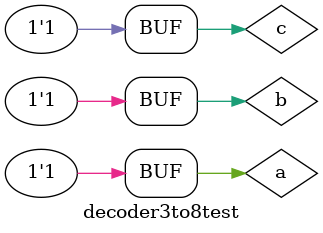
<source format=v>

module decoder3to8(d,a,b,c);
input a,b,c;
output [7:0]d;
wire ab,bb,cb;

not(ab,a);
not(bb,b);
not(cb,c);

and(d[7],cb,bb,ab);
and(d[6],cb,bb,a);
and(d[5],cb,b,ab);
and(d[4],cb,b,a);
and(d[3],c,bb,ab);
and(d[2],c,bb,a);
and(d[1],c,b,ab);
and(d[0],c,b,a);
endmodule

module decoder3to8test;
reg a,b,c;
wire [7:0]d;
decoder3to8 d3t8(d,a,b,c);
initial
begin

     c=0; b=0; a=0; 
#100 c=0; b=0; a=1;
#100 c=0; b=1; a=0;
#100 c=0; b=1; a=1;
#100 c=1; b=0; a=0;
#100 c=1; b=0; a=1;
#100 c=1; b=1; a=0;
#100 c=1; b=1; a=1;

end
endmodule

</source>
